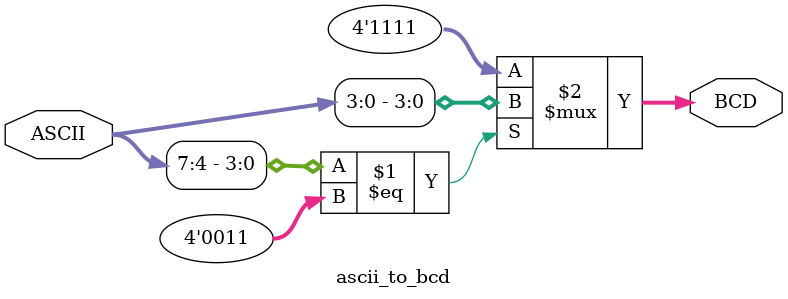
<source format=sv>
module ascii_to_bcd (ASCII, BCD);

input logic [7:0] ASCII;
output logic [3:0] BCD;

assign BCD = (ASCII[7:4] == 4'b0011) ? ASCII[3:0] : 4'b1111;

endmodule

</source>
